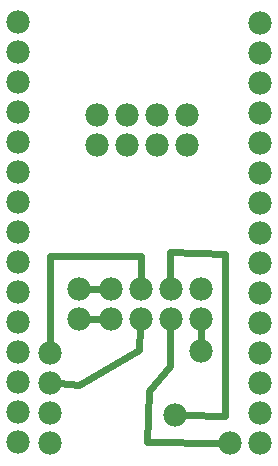
<source format=gbl>
G04 MADE WITH FRITZING*
G04 WWW.FRITZING.ORG*
G04 DOUBLE SIDED*
G04 HOLES PLATED*
G04 CONTOUR ON CENTER OF CONTOUR VECTOR*
%ASAXBY*%
%FSLAX23Y23*%
%MOIN*%
%OFA0B0*%
%SFA1.0B1.0*%
%ADD10C,0.078000*%
%ADD11C,0.024000*%
%LNCOPPER0*%
G90*
G70*
G54D10*
X395Y494D03*
X495Y494D03*
X595Y494D03*
X695Y494D03*
X395Y494D03*
X495Y494D03*
X595Y494D03*
X695Y494D03*
X695Y594D03*
X595Y594D03*
X495Y594D03*
X395Y594D03*
X892Y80D03*
X892Y180D03*
X892Y280D03*
X892Y380D03*
X892Y480D03*
X892Y580D03*
X892Y680D03*
X892Y780D03*
X892Y880D03*
X892Y980D03*
X892Y1080D03*
X892Y1180D03*
X892Y1280D03*
X892Y1380D03*
X892Y1480D03*
X648Y1175D03*
X548Y1175D03*
X448Y1175D03*
X348Y1175D03*
X648Y1175D03*
X548Y1175D03*
X448Y1175D03*
X348Y1175D03*
X348Y1075D03*
X448Y1075D03*
X548Y1075D03*
X648Y1075D03*
X609Y175D03*
X695Y386D03*
X792Y80D03*
X192Y80D03*
X192Y180D03*
X192Y280D03*
X192Y380D03*
X290Y494D03*
X290Y594D03*
X87Y83D03*
X87Y183D03*
X87Y283D03*
X87Y383D03*
X87Y483D03*
X87Y583D03*
X87Y683D03*
X87Y783D03*
X87Y883D03*
X87Y983D03*
X87Y1083D03*
X87Y1183D03*
X87Y1283D03*
X87Y1383D03*
X87Y1483D03*
G54D11*
X320Y594D02*
X365Y594D01*
D02*
X320Y494D02*
X365Y494D01*
D02*
X192Y703D02*
X495Y703D01*
D02*
X495Y703D02*
X495Y624D01*
D02*
X192Y410D02*
X192Y703D01*
D02*
X289Y275D02*
X489Y391D01*
D02*
X489Y391D02*
X493Y464D01*
D02*
X222Y279D02*
X289Y275D01*
D02*
X592Y336D02*
X594Y464D01*
D02*
X523Y255D02*
X592Y336D01*
D02*
X517Y83D02*
X523Y255D01*
D02*
X762Y81D02*
X517Y83D01*
D02*
X695Y464D02*
X695Y416D01*
D02*
X775Y172D02*
X775Y711D01*
D02*
X775Y711D02*
X592Y716D01*
D02*
X592Y716D02*
X594Y624D01*
D02*
X639Y174D02*
X775Y172D01*
G04 End of Copper0*
M02*
</source>
